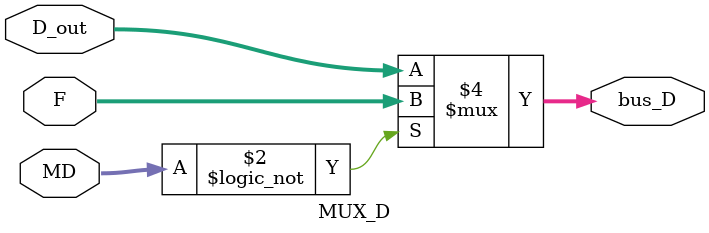
<source format=v>
`timescale 1ns / 1ps


module MUX_D(F,D_out,MD,bus_D);
input [7:0] F,D_out;
input [1:0] MD;
output reg [7:0] bus_D;
//assign c = 7'b0000000;
always@(MD)
begin
if(MD == 0)
begin
bus_D = F;
end
else
begin
bus_D = D_out;
end
end
endmodule

</source>
